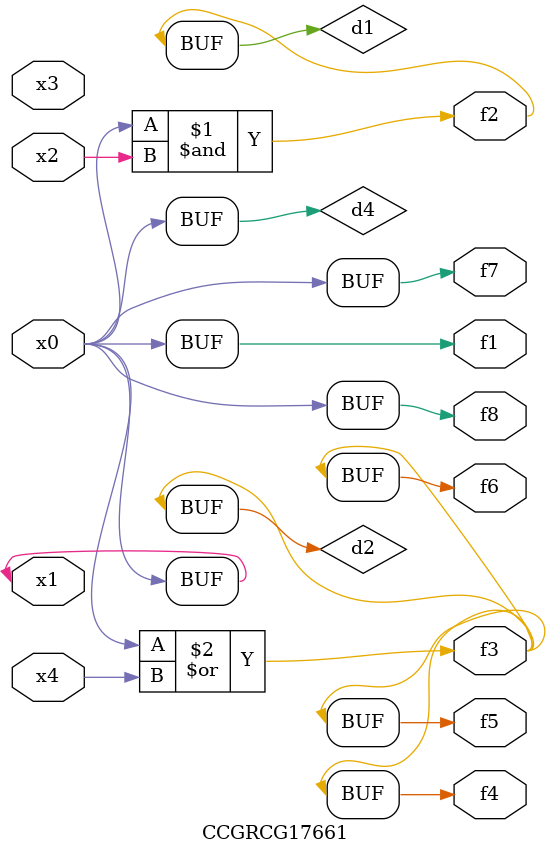
<source format=v>
module CCGRCG17661(
	input x0, x1, x2, x3, x4,
	output f1, f2, f3, f4, f5, f6, f7, f8
);

	wire d1, d2, d3, d4;

	and (d1, x0, x2);
	or (d2, x0, x4);
	nand (d3, x0, x2);
	buf (d4, x0, x1);
	assign f1 = d4;
	assign f2 = d1;
	assign f3 = d2;
	assign f4 = d2;
	assign f5 = d2;
	assign f6 = d2;
	assign f7 = d4;
	assign f8 = d4;
endmodule

</source>
